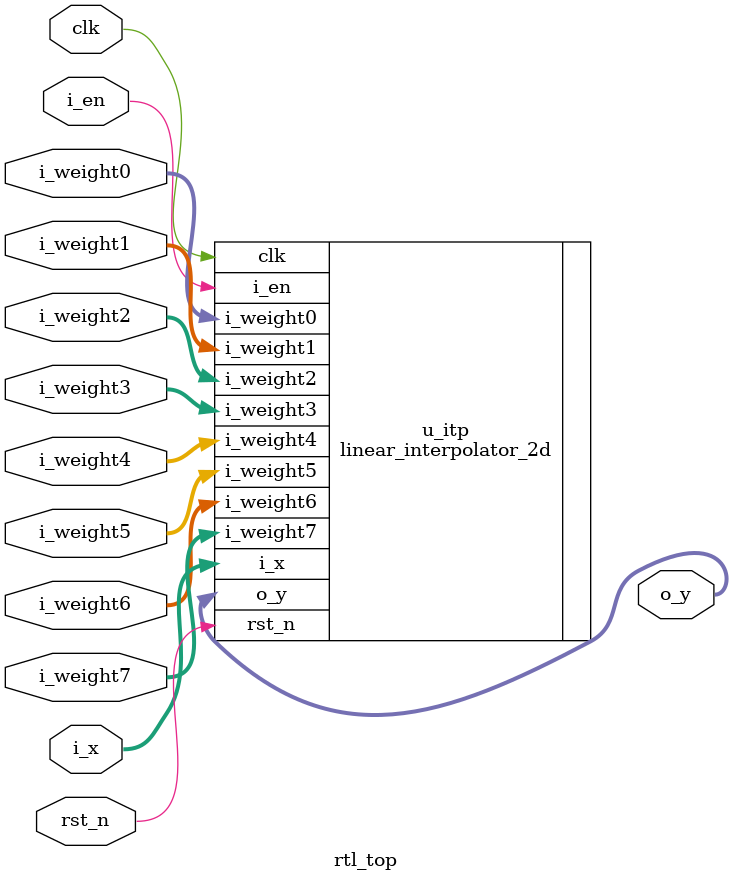
<source format=v>

module rtl_top(
  input        clk      ,
  input        rst_n    ,

  input        i_en     ,
  input  [7:0] i_x      ,
  input  [9:0] i_weight0,
  input  [9:0] i_weight1,
  input  [9:0] i_weight2,
  input  [9:0] i_weight3,
  input  [9:0] i_weight4,
  input  [9:0] i_weight5,
  input  [9:0] i_weight6,
  input  [9:0] i_weight7,
  output [9:0] o_y      
);

  linear_interpolator_2d u_itp
  (
    .clk      (clk      ),
    .rst_n    (rst_n    ),
                        
    .i_en     (i_en     ),
    .i_x      (i_x      ),
    .i_weight0(i_weight0),
    .i_weight1(i_weight1),
    .i_weight2(i_weight2),
    .i_weight3(i_weight3),
    .i_weight4(i_weight4),
    .i_weight5(i_weight5),
    .i_weight6(i_weight6),
    .i_weight7(i_weight7),
                        
    .o_y      (o_y      )
  );

endmodule

</source>
